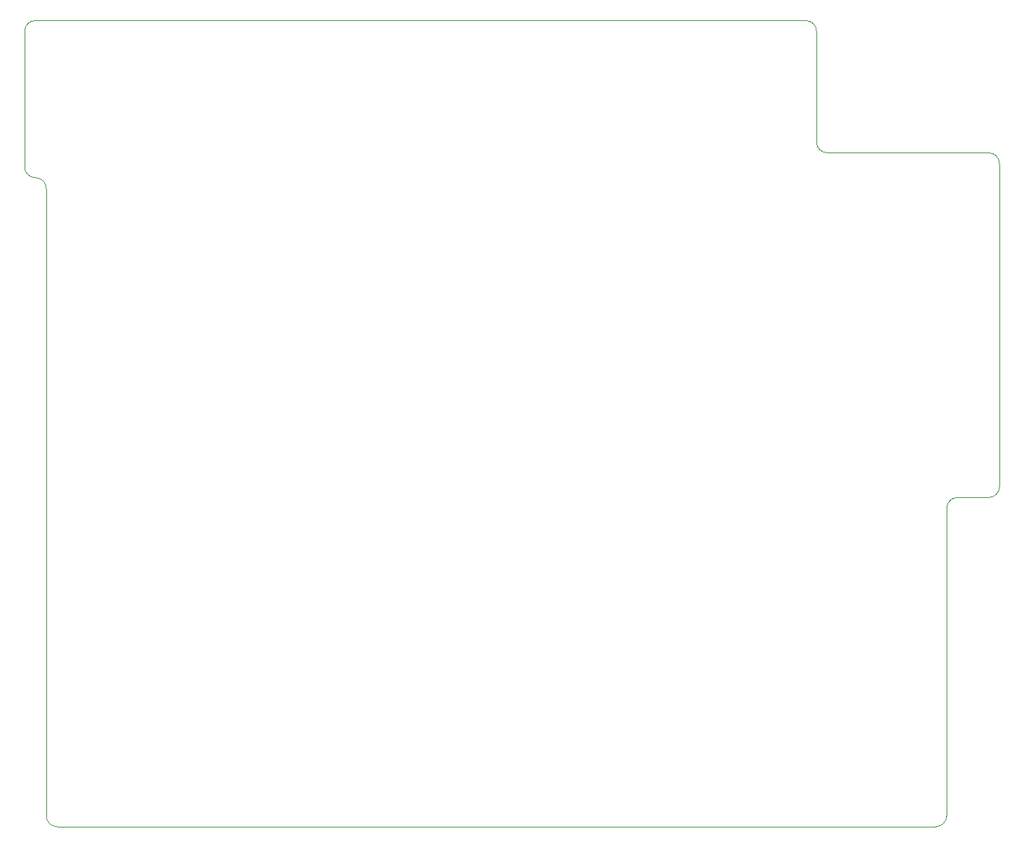
<source format=gbr>
G04 #@! TF.GenerationSoftware,KiCad,Pcbnew,(5.1.9)-1*
G04 #@! TF.CreationDate,2021-03-28T09:01:11+01:00*
G04 #@! TF.ProjectId,Greaseweazle F1 Gotek Rev 2B,47726561-7365-4776-9561-7a6c65204631,2B*
G04 #@! TF.SameCoordinates,PX6312cb0PY6bcb370*
G04 #@! TF.FileFunction,Profile,NP*
%FSLAX46Y46*%
G04 Gerber Fmt 4.6, Leading zero omitted, Abs format (unit mm)*
G04 Created by KiCad (PCBNEW (5.1.9)-1) date 2021-03-28 09:01:11*
%MOMM*%
%LPD*%
G01*
G04 APERTURE LIST*
G04 #@! TA.AperFunction,Profile*
%ADD10C,0.050000*%
G04 #@! TD*
G04 APERTURE END LIST*
D10*
X-9906000Y56515000D02*
G75*
G02*
X-8636000Y55245000I0J-1270000D01*
G01*
X-9906000Y56515000D02*
G75*
G02*
X-11176000Y57785000I0J1270000D01*
G01*
X-11176000Y73660000D02*
X-11176000Y57785000D01*
X101694000Y19050000D02*
X98044000Y19050000D01*
X96774000Y17780000D02*
X96774000Y-18237200D01*
X96774000Y-18237200D02*
G75*
G02*
X95504000Y-19507200I-1270000J0D01*
G01*
X95504000Y-19507200D02*
X-7366000Y-19507200D01*
X82804000Y59436000D02*
G75*
G02*
X81534000Y60706000I0J1270000D01*
G01*
X101694000Y59436000D02*
X82804000Y59436000D01*
X81534000Y73652000D02*
X81534000Y60706000D01*
X80264000Y74930025D02*
G75*
G02*
X81534000Y73652000I0J-1270025D01*
G01*
X96774000Y17780000D02*
G75*
G02*
X98044000Y19050000I1270000J0D01*
G01*
X102964000Y20320000D02*
G75*
G02*
X101694000Y19050000I-1270000J0D01*
G01*
X-7366000Y-19507200D02*
G75*
G02*
X-8636000Y-18237200I0J1270000D01*
G01*
X101694000Y59436000D02*
G75*
G02*
X102964000Y58166000I0J-1270000D01*
G01*
X-11176000Y73660000D02*
G75*
G02*
X-9906000Y74930000I1270000J0D01*
G01*
X102964000Y58166000D02*
X102964000Y20320000D01*
X-9906000Y74930000D02*
X80264000Y74930025D01*
X-8636000Y55245000D02*
X-8636000Y-18237200D01*
M02*

</source>
